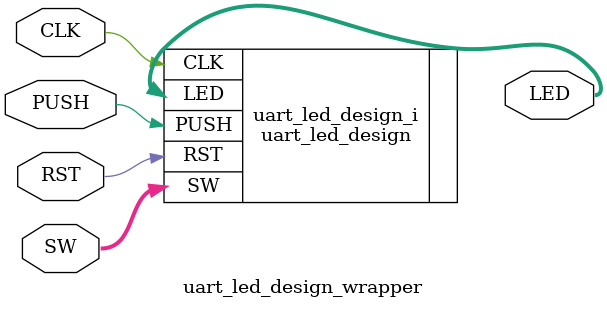
<source format=v>
`timescale 1 ps / 1 ps

module uart_led_design_wrapper
   (CLK,
    LED,
    PUSH,
    RST,
    SW);
  input CLK;
  output [7:0]LED;
  input PUSH;
  input RST;
  input [7:0]SW;

  wire CLK;
  wire [7:0]LED;
  wire PUSH;
  wire RST;
  wire [7:0]SW;

  uart_led_design uart_led_design_i
       (.CLK(CLK),
        .LED(LED),
        .PUSH(PUSH),
        .RST(RST),
        .SW(SW));
endmodule

</source>
